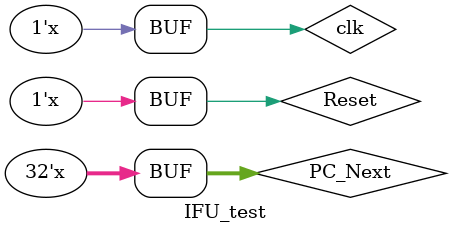
<source format=v>
`timescale 1ns / 1ps


module IFU_test;

	// Inputs
	reg [31:0] PC_Next;
	reg Reset;
	reg clk;

	// Outputs
	wire [31:0] PC_Now;
	wire [31:0] Instruction;

	// Instantiate the Unit Under Test (UUT)
	IFU uut (
		.PC_Next(PC_Next), 
		.Reset(Reset), 
		.clk(clk), 
		.PC_Now(PC_Now), 
		.Instruction(Instruction)
	);

	initial begin
		// Initialize Inputs
		PC_Next = 0;
		Reset = 0;
		clk = 0;

		// Wait 100 ns for global reset to finish
		#100;
        
		// Add stimulus here

	end
	
	always #50 begin
		clk = ~clk;
	end
	
	always #400 begin
		Reset = ~Reset;
	end
	
	always #80 begin
		PC_Next = PC_Next + 1;
	end
      
endmodule


</source>
